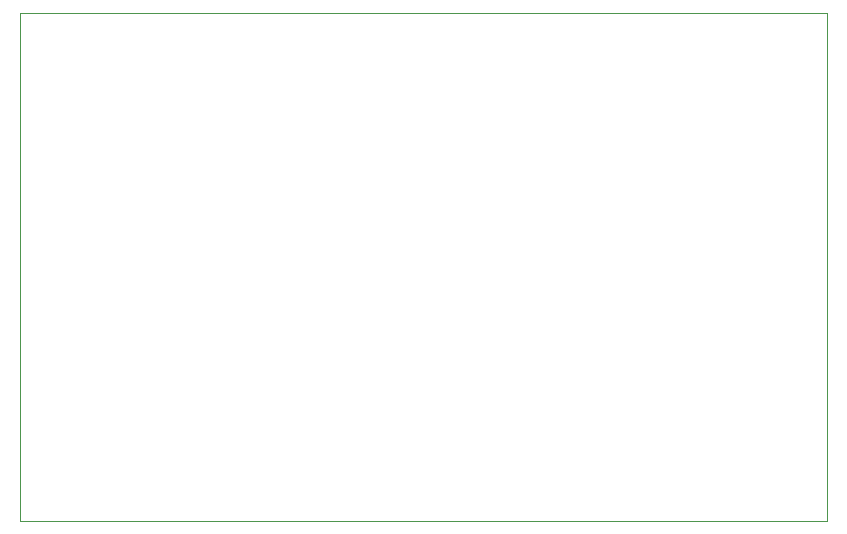
<source format=gbr>
G04*
G04 #@! TF.GenerationSoftware,Altium Limited,Altium Designer,22.4.2 (48)*
G04*
G04 Layer_Color=0*
%FSLAX25Y25*%
%MOIN*%
G70*
G04*
G04 #@! TF.SameCoordinates,AD9AAAA9-8C15-4E76-B8C9-5665C563ED73*
G04*
G04*
G04 #@! TF.FilePolarity,Positive*
G04*
G01*
G75*
%ADD37C,0.00100*%
D37*
X212500Y311000D02*
Y480500D01*
X481500D01*
Y311000D01*
X212500D01*
M02*

</source>
